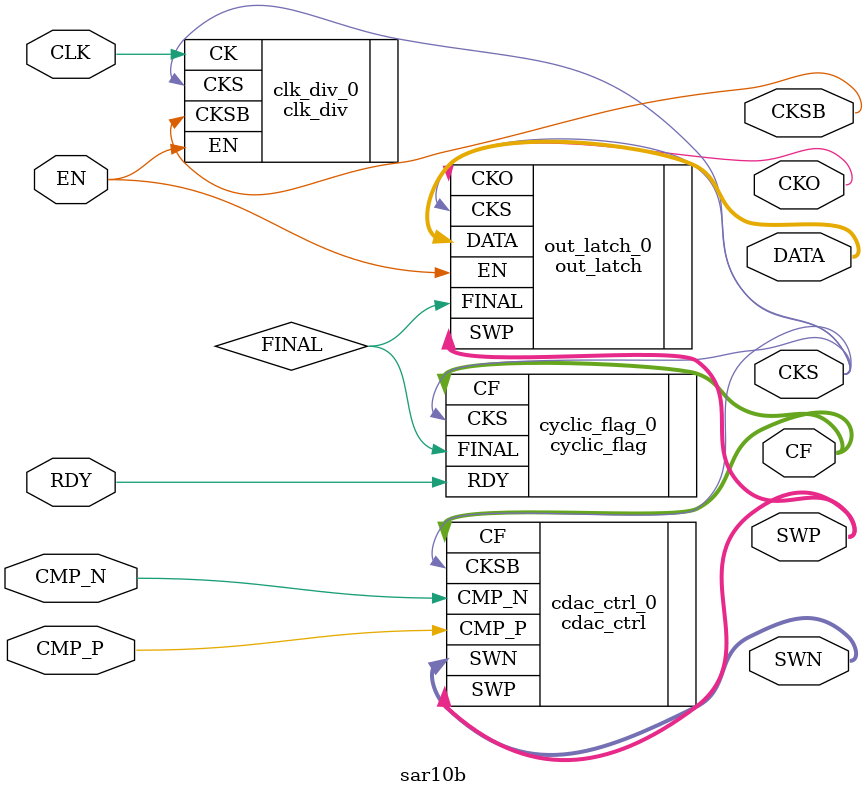
<source format=v>
`timescale 1ns / 1ps


module sar10b(
    input EN,
    input CLK,
    input RDY,
    input CMP_P,
    input CMP_N,
    output CKS,
    output CKSB,
    output [0:9] CF,
    output [0:9] SWP,
    output [0:9] SWN,
    output [0:9] DATA,
    output CKO
    );
    wire FINAL;
    clk_div clk_div_0 (.CK(CLK), .EN(EN), .CKS(CKS), .CKSB(CKSB));
    cyclic_flag cyclic_flag_0(.RDY(RDY), .CKS(CKS), .FINAL(FINAL), .CF(CF));
    cdac_ctrl cdac_ctrl_0(.CF(CF), .CKSB(CKS), .CMP_P(CMP_P), .CMP_N(CMP_N), .SWP(SWP), .SWN(SWN));
    out_latch out_latch_0(.FINAL(FINAL), .CKS(CKS), .EN(EN), .SWP(SWP), .CKO(CKO), .DATA(DATA));
endmodule

</source>
